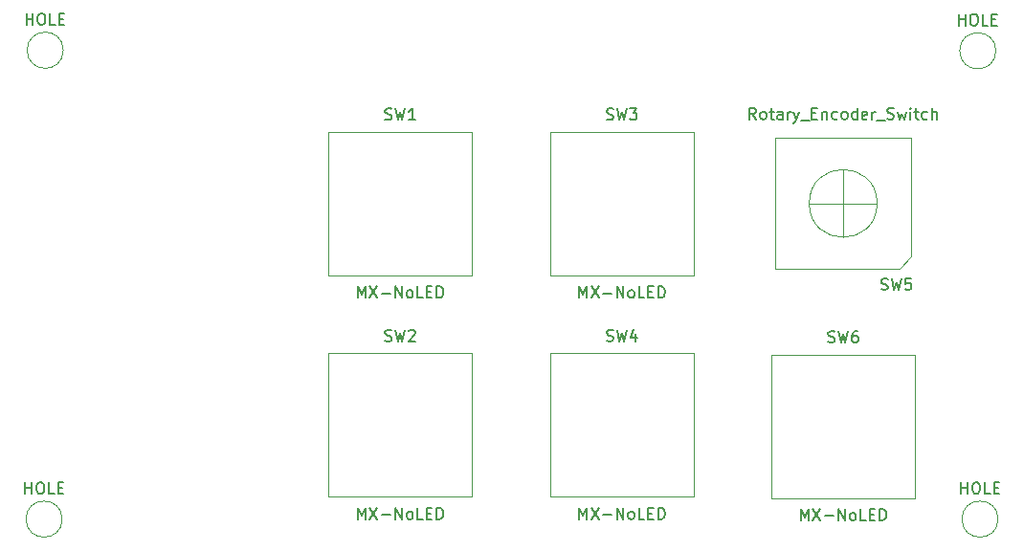
<source format=gbr>
%TF.GenerationSoftware,KiCad,Pcbnew,(5.1.6)-1*%
%TF.CreationDate,2020-10-14T18:33:49+03:00*%
%TF.ProjectId,aplx6.rev2,61706c78-362e-4726-9576-322e6b696361,rev?*%
%TF.SameCoordinates,Original*%
%TF.FileFunction,Other,Fab,Top*%
%FSLAX46Y46*%
G04 Gerber Fmt 4.6, Leading zero omitted, Abs format (unit mm)*
G04 Created by KiCad (PCBNEW (5.1.6)-1) date 2020-10-14 18:33:49*
%MOMM*%
%LPD*%
G01*
G04 APERTURE LIST*
%ADD10C,0.100000*%
%ADD11C,0.120000*%
%ADD12C,0.150000*%
G04 APERTURE END LIST*
D10*
%TO.C,SW3*%
X151610000Y-68730000D02*
X164310000Y-68730000D01*
X164310000Y-68730000D02*
X164310000Y-81430000D01*
X164310000Y-81430000D02*
X151610000Y-81430000D01*
X151610000Y-81430000D02*
X151610000Y-68730000D01*
%TO.C,SW1*%
X132010000Y-68730000D02*
X144710000Y-68730000D01*
X144710000Y-68730000D02*
X144710000Y-81430000D01*
X144710000Y-81430000D02*
X132010000Y-81430000D01*
X132010000Y-81430000D02*
X132010000Y-68730000D01*
D11*
%TO.C,SW5*%
X180546000Y-75057000D02*
X174546000Y-75057000D01*
X177546000Y-78057000D02*
X177546000Y-72057000D01*
X183546000Y-79757000D02*
X182546000Y-80857000D01*
X183546000Y-69257000D02*
X183546000Y-79757000D01*
X171546000Y-69257000D02*
X183546000Y-69257000D01*
X171546000Y-80857000D02*
X171546000Y-69257000D01*
X182546000Y-80857000D02*
X171546000Y-80857000D01*
X180546000Y-75057000D02*
G75*
G03*
X180546000Y-75057000I-3000000J0D01*
G01*
D10*
%TO.C,SW6*%
X171210000Y-88430000D02*
X183910000Y-88430000D01*
X183910000Y-88430000D02*
X183910000Y-101130000D01*
X183910000Y-101130000D02*
X171210000Y-101130000D01*
X171210000Y-101130000D02*
X171210000Y-88430000D01*
%TO.C,SW2*%
X132010000Y-88330000D02*
X144710000Y-88330000D01*
X144710000Y-88330000D02*
X144710000Y-101030000D01*
X144710000Y-101030000D02*
X132010000Y-101030000D01*
X132010000Y-101030000D02*
X132010000Y-88330000D01*
%TO.C,SW4*%
X151610000Y-88330000D02*
X164310000Y-88330000D01*
X164310000Y-88330000D02*
X164310000Y-101030000D01*
X164310000Y-101030000D02*
X151610000Y-101030000D01*
X151610000Y-101030000D02*
X151610000Y-88330000D01*
D11*
%TO.C,U4*%
X191250000Y-103000000D02*
G75*
G03*
X191250000Y-103000000I-1600000J0D01*
G01*
X191050000Y-61550000D02*
G75*
G03*
X191050000Y-61550000I-1600000J0D01*
G01*
X108450000Y-103000000D02*
G75*
G03*
X108450000Y-103000000I-1600000J0D01*
G01*
X108550000Y-61500000D02*
G75*
G03*
X108550000Y-61500000I-1600000J0D01*
G01*
%TD*%
%TO.C,SW3*%
D12*
X154198095Y-83406380D02*
X154198095Y-82406380D01*
X154531428Y-83120666D01*
X154864761Y-82406380D01*
X154864761Y-83406380D01*
X155245714Y-82406380D02*
X155912380Y-83406380D01*
X155912380Y-82406380D02*
X155245714Y-83406380D01*
X156293333Y-83025428D02*
X157055238Y-83025428D01*
X157531428Y-83406380D02*
X157531428Y-82406380D01*
X158102857Y-83406380D01*
X158102857Y-82406380D01*
X158721904Y-83406380D02*
X158626666Y-83358761D01*
X158579047Y-83311142D01*
X158531428Y-83215904D01*
X158531428Y-82930190D01*
X158579047Y-82834952D01*
X158626666Y-82787333D01*
X158721904Y-82739714D01*
X158864761Y-82739714D01*
X158960000Y-82787333D01*
X159007619Y-82834952D01*
X159055238Y-82930190D01*
X159055238Y-83215904D01*
X159007619Y-83311142D01*
X158960000Y-83358761D01*
X158864761Y-83406380D01*
X158721904Y-83406380D01*
X159960000Y-83406380D02*
X159483809Y-83406380D01*
X159483809Y-82406380D01*
X160293333Y-82882571D02*
X160626666Y-82882571D01*
X160769523Y-83406380D02*
X160293333Y-83406380D01*
X160293333Y-82406380D01*
X160769523Y-82406380D01*
X161198095Y-83406380D02*
X161198095Y-82406380D01*
X161436190Y-82406380D01*
X161579047Y-82454000D01*
X161674285Y-82549238D01*
X161721904Y-82644476D01*
X161769523Y-82834952D01*
X161769523Y-82977809D01*
X161721904Y-83168285D01*
X161674285Y-83263523D01*
X161579047Y-83358761D01*
X161436190Y-83406380D01*
X161198095Y-83406380D01*
X156626666Y-67610761D02*
X156769523Y-67658380D01*
X157007619Y-67658380D01*
X157102857Y-67610761D01*
X157150476Y-67563142D01*
X157198095Y-67467904D01*
X157198095Y-67372666D01*
X157150476Y-67277428D01*
X157102857Y-67229809D01*
X157007619Y-67182190D01*
X156817142Y-67134571D01*
X156721904Y-67086952D01*
X156674285Y-67039333D01*
X156626666Y-66944095D01*
X156626666Y-66848857D01*
X156674285Y-66753619D01*
X156721904Y-66706000D01*
X156817142Y-66658380D01*
X157055238Y-66658380D01*
X157198095Y-66706000D01*
X157531428Y-66658380D02*
X157769523Y-67658380D01*
X157960000Y-66944095D01*
X158150476Y-67658380D01*
X158388571Y-66658380D01*
X158674285Y-66658380D02*
X159293333Y-66658380D01*
X158960000Y-67039333D01*
X159102857Y-67039333D01*
X159198095Y-67086952D01*
X159245714Y-67134571D01*
X159293333Y-67229809D01*
X159293333Y-67467904D01*
X159245714Y-67563142D01*
X159198095Y-67610761D01*
X159102857Y-67658380D01*
X158817142Y-67658380D01*
X158721904Y-67610761D01*
X158674285Y-67563142D01*
%TO.C,SW1*%
X134598095Y-83406380D02*
X134598095Y-82406380D01*
X134931428Y-83120666D01*
X135264761Y-82406380D01*
X135264761Y-83406380D01*
X135645714Y-82406380D02*
X136312380Y-83406380D01*
X136312380Y-82406380D02*
X135645714Y-83406380D01*
X136693333Y-83025428D02*
X137455238Y-83025428D01*
X137931428Y-83406380D02*
X137931428Y-82406380D01*
X138502857Y-83406380D01*
X138502857Y-82406380D01*
X139121904Y-83406380D02*
X139026666Y-83358761D01*
X138979047Y-83311142D01*
X138931428Y-83215904D01*
X138931428Y-82930190D01*
X138979047Y-82834952D01*
X139026666Y-82787333D01*
X139121904Y-82739714D01*
X139264761Y-82739714D01*
X139360000Y-82787333D01*
X139407619Y-82834952D01*
X139455238Y-82930190D01*
X139455238Y-83215904D01*
X139407619Y-83311142D01*
X139360000Y-83358761D01*
X139264761Y-83406380D01*
X139121904Y-83406380D01*
X140360000Y-83406380D02*
X139883809Y-83406380D01*
X139883809Y-82406380D01*
X140693333Y-82882571D02*
X141026666Y-82882571D01*
X141169523Y-83406380D02*
X140693333Y-83406380D01*
X140693333Y-82406380D01*
X141169523Y-82406380D01*
X141598095Y-83406380D02*
X141598095Y-82406380D01*
X141836190Y-82406380D01*
X141979047Y-82454000D01*
X142074285Y-82549238D01*
X142121904Y-82644476D01*
X142169523Y-82834952D01*
X142169523Y-82977809D01*
X142121904Y-83168285D01*
X142074285Y-83263523D01*
X141979047Y-83358761D01*
X141836190Y-83406380D01*
X141598095Y-83406380D01*
X137026666Y-67610761D02*
X137169523Y-67658380D01*
X137407619Y-67658380D01*
X137502857Y-67610761D01*
X137550476Y-67563142D01*
X137598095Y-67467904D01*
X137598095Y-67372666D01*
X137550476Y-67277428D01*
X137502857Y-67229809D01*
X137407619Y-67182190D01*
X137217142Y-67134571D01*
X137121904Y-67086952D01*
X137074285Y-67039333D01*
X137026666Y-66944095D01*
X137026666Y-66848857D01*
X137074285Y-66753619D01*
X137121904Y-66706000D01*
X137217142Y-66658380D01*
X137455238Y-66658380D01*
X137598095Y-66706000D01*
X137931428Y-66658380D02*
X138169523Y-67658380D01*
X138360000Y-66944095D01*
X138550476Y-67658380D01*
X138788571Y-66658380D01*
X139693333Y-67658380D02*
X139121904Y-67658380D01*
X139407619Y-67658380D02*
X139407619Y-66658380D01*
X139312380Y-66801238D01*
X139217142Y-66896476D01*
X139121904Y-66944095D01*
%TO.C,SW5*%
X180912666Y-82661761D02*
X181055523Y-82709380D01*
X181293619Y-82709380D01*
X181388857Y-82661761D01*
X181436476Y-82614142D01*
X181484095Y-82518904D01*
X181484095Y-82423666D01*
X181436476Y-82328428D01*
X181388857Y-82280809D01*
X181293619Y-82233190D01*
X181103142Y-82185571D01*
X181007904Y-82137952D01*
X180960285Y-82090333D01*
X180912666Y-81995095D01*
X180912666Y-81899857D01*
X180960285Y-81804619D01*
X181007904Y-81757000D01*
X181103142Y-81709380D01*
X181341238Y-81709380D01*
X181484095Y-81757000D01*
X181817428Y-81709380D02*
X182055523Y-82709380D01*
X182246000Y-81995095D01*
X182436476Y-82709380D01*
X182674571Y-81709380D01*
X183531714Y-81709380D02*
X183055523Y-81709380D01*
X183007904Y-82185571D01*
X183055523Y-82137952D01*
X183150761Y-82090333D01*
X183388857Y-82090333D01*
X183484095Y-82137952D01*
X183531714Y-82185571D01*
X183579333Y-82280809D01*
X183579333Y-82518904D01*
X183531714Y-82614142D01*
X183484095Y-82661761D01*
X183388857Y-82709380D01*
X183150761Y-82709380D01*
X183055523Y-82661761D01*
X183007904Y-82614142D01*
X169831714Y-67609380D02*
X169498380Y-67133190D01*
X169260285Y-67609380D02*
X169260285Y-66609380D01*
X169641238Y-66609380D01*
X169736476Y-66657000D01*
X169784095Y-66704619D01*
X169831714Y-66799857D01*
X169831714Y-66942714D01*
X169784095Y-67037952D01*
X169736476Y-67085571D01*
X169641238Y-67133190D01*
X169260285Y-67133190D01*
X170403142Y-67609380D02*
X170307904Y-67561761D01*
X170260285Y-67514142D01*
X170212666Y-67418904D01*
X170212666Y-67133190D01*
X170260285Y-67037952D01*
X170307904Y-66990333D01*
X170403142Y-66942714D01*
X170546000Y-66942714D01*
X170641238Y-66990333D01*
X170688857Y-67037952D01*
X170736476Y-67133190D01*
X170736476Y-67418904D01*
X170688857Y-67514142D01*
X170641238Y-67561761D01*
X170546000Y-67609380D01*
X170403142Y-67609380D01*
X171022190Y-66942714D02*
X171403142Y-66942714D01*
X171165047Y-66609380D02*
X171165047Y-67466523D01*
X171212666Y-67561761D01*
X171307904Y-67609380D01*
X171403142Y-67609380D01*
X172165047Y-67609380D02*
X172165047Y-67085571D01*
X172117428Y-66990333D01*
X172022190Y-66942714D01*
X171831714Y-66942714D01*
X171736476Y-66990333D01*
X172165047Y-67561761D02*
X172069809Y-67609380D01*
X171831714Y-67609380D01*
X171736476Y-67561761D01*
X171688857Y-67466523D01*
X171688857Y-67371285D01*
X171736476Y-67276047D01*
X171831714Y-67228428D01*
X172069809Y-67228428D01*
X172165047Y-67180809D01*
X172641238Y-67609380D02*
X172641238Y-66942714D01*
X172641238Y-67133190D02*
X172688857Y-67037952D01*
X172736476Y-66990333D01*
X172831714Y-66942714D01*
X172926952Y-66942714D01*
X173165047Y-66942714D02*
X173403142Y-67609380D01*
X173641238Y-66942714D02*
X173403142Y-67609380D01*
X173307904Y-67847476D01*
X173260285Y-67895095D01*
X173165047Y-67942714D01*
X173784095Y-67704619D02*
X174546000Y-67704619D01*
X174784095Y-67085571D02*
X175117428Y-67085571D01*
X175260285Y-67609380D02*
X174784095Y-67609380D01*
X174784095Y-66609380D01*
X175260285Y-66609380D01*
X175688857Y-66942714D02*
X175688857Y-67609380D01*
X175688857Y-67037952D02*
X175736476Y-66990333D01*
X175831714Y-66942714D01*
X175974571Y-66942714D01*
X176069809Y-66990333D01*
X176117428Y-67085571D01*
X176117428Y-67609380D01*
X177022190Y-67561761D02*
X176926952Y-67609380D01*
X176736476Y-67609380D01*
X176641238Y-67561761D01*
X176593619Y-67514142D01*
X176546000Y-67418904D01*
X176546000Y-67133190D01*
X176593619Y-67037952D01*
X176641238Y-66990333D01*
X176736476Y-66942714D01*
X176926952Y-66942714D01*
X177022190Y-66990333D01*
X177593619Y-67609380D02*
X177498380Y-67561761D01*
X177450761Y-67514142D01*
X177403142Y-67418904D01*
X177403142Y-67133190D01*
X177450761Y-67037952D01*
X177498380Y-66990333D01*
X177593619Y-66942714D01*
X177736476Y-66942714D01*
X177831714Y-66990333D01*
X177879333Y-67037952D01*
X177926952Y-67133190D01*
X177926952Y-67418904D01*
X177879333Y-67514142D01*
X177831714Y-67561761D01*
X177736476Y-67609380D01*
X177593619Y-67609380D01*
X178784095Y-67609380D02*
X178784095Y-66609380D01*
X178784095Y-67561761D02*
X178688857Y-67609380D01*
X178498380Y-67609380D01*
X178403142Y-67561761D01*
X178355523Y-67514142D01*
X178307904Y-67418904D01*
X178307904Y-67133190D01*
X178355523Y-67037952D01*
X178403142Y-66990333D01*
X178498380Y-66942714D01*
X178688857Y-66942714D01*
X178784095Y-66990333D01*
X179641238Y-67561761D02*
X179546000Y-67609380D01*
X179355523Y-67609380D01*
X179260285Y-67561761D01*
X179212666Y-67466523D01*
X179212666Y-67085571D01*
X179260285Y-66990333D01*
X179355523Y-66942714D01*
X179546000Y-66942714D01*
X179641238Y-66990333D01*
X179688857Y-67085571D01*
X179688857Y-67180809D01*
X179212666Y-67276047D01*
X180117428Y-67609380D02*
X180117428Y-66942714D01*
X180117428Y-67133190D02*
X180165047Y-67037952D01*
X180212666Y-66990333D01*
X180307904Y-66942714D01*
X180403142Y-66942714D01*
X180498380Y-67704619D02*
X181260285Y-67704619D01*
X181450761Y-67561761D02*
X181593619Y-67609380D01*
X181831714Y-67609380D01*
X181926952Y-67561761D01*
X181974571Y-67514142D01*
X182022190Y-67418904D01*
X182022190Y-67323666D01*
X181974571Y-67228428D01*
X181926952Y-67180809D01*
X181831714Y-67133190D01*
X181641238Y-67085571D01*
X181546000Y-67037952D01*
X181498380Y-66990333D01*
X181450761Y-66895095D01*
X181450761Y-66799857D01*
X181498380Y-66704619D01*
X181546000Y-66657000D01*
X181641238Y-66609380D01*
X181879333Y-66609380D01*
X182022190Y-66657000D01*
X182355523Y-66942714D02*
X182546000Y-67609380D01*
X182736476Y-67133190D01*
X182926952Y-67609380D01*
X183117428Y-66942714D01*
X183498380Y-67609380D02*
X183498380Y-66942714D01*
X183498380Y-66609380D02*
X183450761Y-66657000D01*
X183498380Y-66704619D01*
X183546000Y-66657000D01*
X183498380Y-66609380D01*
X183498380Y-66704619D01*
X183831714Y-66942714D02*
X184212666Y-66942714D01*
X183974571Y-66609380D02*
X183974571Y-67466523D01*
X184022190Y-67561761D01*
X184117428Y-67609380D01*
X184212666Y-67609380D01*
X184974571Y-67561761D02*
X184879333Y-67609380D01*
X184688857Y-67609380D01*
X184593619Y-67561761D01*
X184546000Y-67514142D01*
X184498380Y-67418904D01*
X184498380Y-67133190D01*
X184546000Y-67037952D01*
X184593619Y-66990333D01*
X184688857Y-66942714D01*
X184879333Y-66942714D01*
X184974571Y-66990333D01*
X185403142Y-67609380D02*
X185403142Y-66609380D01*
X185831714Y-67609380D02*
X185831714Y-67085571D01*
X185784095Y-66990333D01*
X185688857Y-66942714D01*
X185546000Y-66942714D01*
X185450761Y-66990333D01*
X185403142Y-67037952D01*
%TO.C,SW6*%
X173798095Y-103106380D02*
X173798095Y-102106380D01*
X174131428Y-102820666D01*
X174464761Y-102106380D01*
X174464761Y-103106380D01*
X174845714Y-102106380D02*
X175512380Y-103106380D01*
X175512380Y-102106380D02*
X174845714Y-103106380D01*
X175893333Y-102725428D02*
X176655238Y-102725428D01*
X177131428Y-103106380D02*
X177131428Y-102106380D01*
X177702857Y-103106380D01*
X177702857Y-102106380D01*
X178321904Y-103106380D02*
X178226666Y-103058761D01*
X178179047Y-103011142D01*
X178131428Y-102915904D01*
X178131428Y-102630190D01*
X178179047Y-102534952D01*
X178226666Y-102487333D01*
X178321904Y-102439714D01*
X178464761Y-102439714D01*
X178560000Y-102487333D01*
X178607619Y-102534952D01*
X178655238Y-102630190D01*
X178655238Y-102915904D01*
X178607619Y-103011142D01*
X178560000Y-103058761D01*
X178464761Y-103106380D01*
X178321904Y-103106380D01*
X179560000Y-103106380D02*
X179083809Y-103106380D01*
X179083809Y-102106380D01*
X179893333Y-102582571D02*
X180226666Y-102582571D01*
X180369523Y-103106380D02*
X179893333Y-103106380D01*
X179893333Y-102106380D01*
X180369523Y-102106380D01*
X180798095Y-103106380D02*
X180798095Y-102106380D01*
X181036190Y-102106380D01*
X181179047Y-102154000D01*
X181274285Y-102249238D01*
X181321904Y-102344476D01*
X181369523Y-102534952D01*
X181369523Y-102677809D01*
X181321904Y-102868285D01*
X181274285Y-102963523D01*
X181179047Y-103058761D01*
X181036190Y-103106380D01*
X180798095Y-103106380D01*
X176226666Y-87310761D02*
X176369523Y-87358380D01*
X176607619Y-87358380D01*
X176702857Y-87310761D01*
X176750476Y-87263142D01*
X176798095Y-87167904D01*
X176798095Y-87072666D01*
X176750476Y-86977428D01*
X176702857Y-86929809D01*
X176607619Y-86882190D01*
X176417142Y-86834571D01*
X176321904Y-86786952D01*
X176274285Y-86739333D01*
X176226666Y-86644095D01*
X176226666Y-86548857D01*
X176274285Y-86453619D01*
X176321904Y-86406000D01*
X176417142Y-86358380D01*
X176655238Y-86358380D01*
X176798095Y-86406000D01*
X177131428Y-86358380D02*
X177369523Y-87358380D01*
X177560000Y-86644095D01*
X177750476Y-87358380D01*
X177988571Y-86358380D01*
X178798095Y-86358380D02*
X178607619Y-86358380D01*
X178512380Y-86406000D01*
X178464761Y-86453619D01*
X178369523Y-86596476D01*
X178321904Y-86786952D01*
X178321904Y-87167904D01*
X178369523Y-87263142D01*
X178417142Y-87310761D01*
X178512380Y-87358380D01*
X178702857Y-87358380D01*
X178798095Y-87310761D01*
X178845714Y-87263142D01*
X178893333Y-87167904D01*
X178893333Y-86929809D01*
X178845714Y-86834571D01*
X178798095Y-86786952D01*
X178702857Y-86739333D01*
X178512380Y-86739333D01*
X178417142Y-86786952D01*
X178369523Y-86834571D01*
X178321904Y-86929809D01*
%TO.C,SW2*%
X134598095Y-103006380D02*
X134598095Y-102006380D01*
X134931428Y-102720666D01*
X135264761Y-102006380D01*
X135264761Y-103006380D01*
X135645714Y-102006380D02*
X136312380Y-103006380D01*
X136312380Y-102006380D02*
X135645714Y-103006380D01*
X136693333Y-102625428D02*
X137455238Y-102625428D01*
X137931428Y-103006380D02*
X137931428Y-102006380D01*
X138502857Y-103006380D01*
X138502857Y-102006380D01*
X139121904Y-103006380D02*
X139026666Y-102958761D01*
X138979047Y-102911142D01*
X138931428Y-102815904D01*
X138931428Y-102530190D01*
X138979047Y-102434952D01*
X139026666Y-102387333D01*
X139121904Y-102339714D01*
X139264761Y-102339714D01*
X139360000Y-102387333D01*
X139407619Y-102434952D01*
X139455238Y-102530190D01*
X139455238Y-102815904D01*
X139407619Y-102911142D01*
X139360000Y-102958761D01*
X139264761Y-103006380D01*
X139121904Y-103006380D01*
X140360000Y-103006380D02*
X139883809Y-103006380D01*
X139883809Y-102006380D01*
X140693333Y-102482571D02*
X141026666Y-102482571D01*
X141169523Y-103006380D02*
X140693333Y-103006380D01*
X140693333Y-102006380D01*
X141169523Y-102006380D01*
X141598095Y-103006380D02*
X141598095Y-102006380D01*
X141836190Y-102006380D01*
X141979047Y-102054000D01*
X142074285Y-102149238D01*
X142121904Y-102244476D01*
X142169523Y-102434952D01*
X142169523Y-102577809D01*
X142121904Y-102768285D01*
X142074285Y-102863523D01*
X141979047Y-102958761D01*
X141836190Y-103006380D01*
X141598095Y-103006380D01*
X137026666Y-87210761D02*
X137169523Y-87258380D01*
X137407619Y-87258380D01*
X137502857Y-87210761D01*
X137550476Y-87163142D01*
X137598095Y-87067904D01*
X137598095Y-86972666D01*
X137550476Y-86877428D01*
X137502857Y-86829809D01*
X137407619Y-86782190D01*
X137217142Y-86734571D01*
X137121904Y-86686952D01*
X137074285Y-86639333D01*
X137026666Y-86544095D01*
X137026666Y-86448857D01*
X137074285Y-86353619D01*
X137121904Y-86306000D01*
X137217142Y-86258380D01*
X137455238Y-86258380D01*
X137598095Y-86306000D01*
X137931428Y-86258380D02*
X138169523Y-87258380D01*
X138360000Y-86544095D01*
X138550476Y-87258380D01*
X138788571Y-86258380D01*
X139121904Y-86353619D02*
X139169523Y-86306000D01*
X139264761Y-86258380D01*
X139502857Y-86258380D01*
X139598095Y-86306000D01*
X139645714Y-86353619D01*
X139693333Y-86448857D01*
X139693333Y-86544095D01*
X139645714Y-86686952D01*
X139074285Y-87258380D01*
X139693333Y-87258380D01*
%TO.C,SW4*%
X154198095Y-103006380D02*
X154198095Y-102006380D01*
X154531428Y-102720666D01*
X154864761Y-102006380D01*
X154864761Y-103006380D01*
X155245714Y-102006380D02*
X155912380Y-103006380D01*
X155912380Y-102006380D02*
X155245714Y-103006380D01*
X156293333Y-102625428D02*
X157055238Y-102625428D01*
X157531428Y-103006380D02*
X157531428Y-102006380D01*
X158102857Y-103006380D01*
X158102857Y-102006380D01*
X158721904Y-103006380D02*
X158626666Y-102958761D01*
X158579047Y-102911142D01*
X158531428Y-102815904D01*
X158531428Y-102530190D01*
X158579047Y-102434952D01*
X158626666Y-102387333D01*
X158721904Y-102339714D01*
X158864761Y-102339714D01*
X158960000Y-102387333D01*
X159007619Y-102434952D01*
X159055238Y-102530190D01*
X159055238Y-102815904D01*
X159007619Y-102911142D01*
X158960000Y-102958761D01*
X158864761Y-103006380D01*
X158721904Y-103006380D01*
X159960000Y-103006380D02*
X159483809Y-103006380D01*
X159483809Y-102006380D01*
X160293333Y-102482571D02*
X160626666Y-102482571D01*
X160769523Y-103006380D02*
X160293333Y-103006380D01*
X160293333Y-102006380D01*
X160769523Y-102006380D01*
X161198095Y-103006380D02*
X161198095Y-102006380D01*
X161436190Y-102006380D01*
X161579047Y-102054000D01*
X161674285Y-102149238D01*
X161721904Y-102244476D01*
X161769523Y-102434952D01*
X161769523Y-102577809D01*
X161721904Y-102768285D01*
X161674285Y-102863523D01*
X161579047Y-102958761D01*
X161436190Y-103006380D01*
X161198095Y-103006380D01*
X156626666Y-87210761D02*
X156769523Y-87258380D01*
X157007619Y-87258380D01*
X157102857Y-87210761D01*
X157150476Y-87163142D01*
X157198095Y-87067904D01*
X157198095Y-86972666D01*
X157150476Y-86877428D01*
X157102857Y-86829809D01*
X157007619Y-86782190D01*
X156817142Y-86734571D01*
X156721904Y-86686952D01*
X156674285Y-86639333D01*
X156626666Y-86544095D01*
X156626666Y-86448857D01*
X156674285Y-86353619D01*
X156721904Y-86306000D01*
X156817142Y-86258380D01*
X157055238Y-86258380D01*
X157198095Y-86306000D01*
X157531428Y-86258380D02*
X157769523Y-87258380D01*
X157960000Y-86544095D01*
X158150476Y-87258380D01*
X158388571Y-86258380D01*
X159198095Y-86591714D02*
X159198095Y-87258380D01*
X158960000Y-86210761D02*
X158721904Y-86925047D01*
X159340952Y-86925047D01*
%TO.C,U4*%
X187983333Y-100752380D02*
X187983333Y-99752380D01*
X187983333Y-100228571D02*
X188554761Y-100228571D01*
X188554761Y-100752380D02*
X188554761Y-99752380D01*
X189221428Y-99752380D02*
X189411904Y-99752380D01*
X189507142Y-99800000D01*
X189602380Y-99895238D01*
X189650000Y-100085714D01*
X189650000Y-100419047D01*
X189602380Y-100609523D01*
X189507142Y-100704761D01*
X189411904Y-100752380D01*
X189221428Y-100752380D01*
X189126190Y-100704761D01*
X189030952Y-100609523D01*
X188983333Y-100419047D01*
X188983333Y-100085714D01*
X189030952Y-99895238D01*
X189126190Y-99800000D01*
X189221428Y-99752380D01*
X190554761Y-100752380D02*
X190078571Y-100752380D01*
X190078571Y-99752380D01*
X190888095Y-100228571D02*
X191221428Y-100228571D01*
X191364285Y-100752380D02*
X190888095Y-100752380D01*
X190888095Y-99752380D01*
X191364285Y-99752380D01*
X187783333Y-59302380D02*
X187783333Y-58302380D01*
X187783333Y-58778571D02*
X188354761Y-58778571D01*
X188354761Y-59302380D02*
X188354761Y-58302380D01*
X189021428Y-58302380D02*
X189211904Y-58302380D01*
X189307142Y-58350000D01*
X189402380Y-58445238D01*
X189450000Y-58635714D01*
X189450000Y-58969047D01*
X189402380Y-59159523D01*
X189307142Y-59254761D01*
X189211904Y-59302380D01*
X189021428Y-59302380D01*
X188926190Y-59254761D01*
X188830952Y-59159523D01*
X188783333Y-58969047D01*
X188783333Y-58635714D01*
X188830952Y-58445238D01*
X188926190Y-58350000D01*
X189021428Y-58302380D01*
X190354761Y-59302380D02*
X189878571Y-59302380D01*
X189878571Y-58302380D01*
X190688095Y-58778571D02*
X191021428Y-58778571D01*
X191164285Y-59302380D02*
X190688095Y-59302380D01*
X190688095Y-58302380D01*
X191164285Y-58302380D01*
X105183333Y-100752380D02*
X105183333Y-99752380D01*
X105183333Y-100228571D02*
X105754761Y-100228571D01*
X105754761Y-100752380D02*
X105754761Y-99752380D01*
X106421428Y-99752380D02*
X106611904Y-99752380D01*
X106707142Y-99800000D01*
X106802380Y-99895238D01*
X106850000Y-100085714D01*
X106850000Y-100419047D01*
X106802380Y-100609523D01*
X106707142Y-100704761D01*
X106611904Y-100752380D01*
X106421428Y-100752380D01*
X106326190Y-100704761D01*
X106230952Y-100609523D01*
X106183333Y-100419047D01*
X106183333Y-100085714D01*
X106230952Y-99895238D01*
X106326190Y-99800000D01*
X106421428Y-99752380D01*
X107754761Y-100752380D02*
X107278571Y-100752380D01*
X107278571Y-99752380D01*
X108088095Y-100228571D02*
X108421428Y-100228571D01*
X108564285Y-100752380D02*
X108088095Y-100752380D01*
X108088095Y-99752380D01*
X108564285Y-99752380D01*
X105283333Y-59252380D02*
X105283333Y-58252380D01*
X105283333Y-58728571D02*
X105854761Y-58728571D01*
X105854761Y-59252380D02*
X105854761Y-58252380D01*
X106521428Y-58252380D02*
X106711904Y-58252380D01*
X106807142Y-58300000D01*
X106902380Y-58395238D01*
X106950000Y-58585714D01*
X106950000Y-58919047D01*
X106902380Y-59109523D01*
X106807142Y-59204761D01*
X106711904Y-59252380D01*
X106521428Y-59252380D01*
X106426190Y-59204761D01*
X106330952Y-59109523D01*
X106283333Y-58919047D01*
X106283333Y-58585714D01*
X106330952Y-58395238D01*
X106426190Y-58300000D01*
X106521428Y-58252380D01*
X107854761Y-59252380D02*
X107378571Y-59252380D01*
X107378571Y-58252380D01*
X108188095Y-58728571D02*
X108521428Y-58728571D01*
X108664285Y-59252380D02*
X108188095Y-59252380D01*
X108188095Y-58252380D01*
X108664285Y-58252380D01*
%TD*%
M02*

</source>
